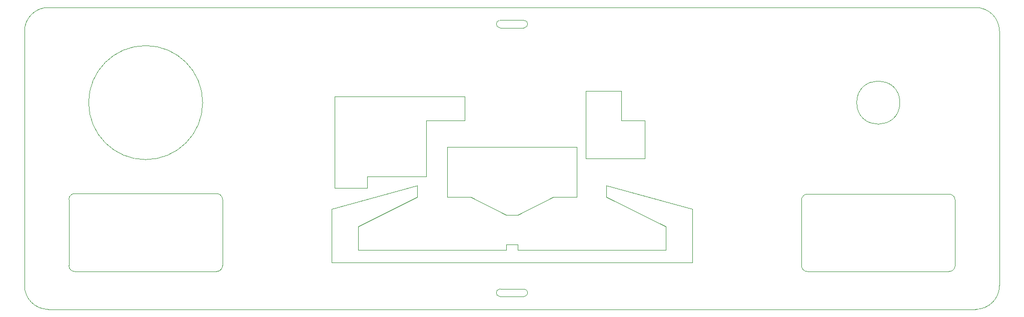
<source format=gbr>
%TF.GenerationSoftware,KiCad,Pcbnew,5.1.9-73d0e3b20d~88~ubuntu18.04.1*%
%TF.CreationDate,2020-12-31T14:23:56+01:00*%
%TF.ProjectId,ss_frontpanel_inner_plate,73735f66-726f-46e7-9470-616e656c5f69,rev?*%
%TF.SameCoordinates,Original*%
%TF.FileFunction,Profile,NP*%
%FSLAX46Y46*%
G04 Gerber Fmt 4.6, Leading zero omitted, Abs format (unit mm)*
G04 Created by KiCad (PCBNEW 5.1.9-73d0e3b20d~88~ubuntu18.04.1) date 2020-12-31 14:23:56*
%MOMM*%
%LPD*%
G01*
G04 APERTURE LIST*
%TA.AperFunction,Profile*%
%ADD10C,0.050000*%
%TD*%
%TA.AperFunction,Profile*%
%ADD11C,0.120000*%
%TD*%
G04 APERTURE END LIST*
D10*
X71500000Y-100000000D02*
G75*
G02*
X67500000Y-96000000I0J4000000D01*
G01*
X71500000Y-100000000D02*
X228500000Y-100000000D01*
X232500000Y-96000000D02*
X232500000Y-52900000D01*
X228500000Y-48900000D02*
G75*
G02*
X232500000Y-52900000I0J-4000000D01*
G01*
X228500000Y-48900000D02*
X71500000Y-48900000D01*
X67500000Y-52900000D02*
X67500000Y-96000000D01*
X148000000Y-52350000D02*
G75*
G02*
X148000000Y-51050000I0J650000D01*
G01*
X152000000Y-51050000D02*
G75*
G02*
X152000000Y-52350000I0J-650000D01*
G01*
X148000000Y-52350000D02*
X152000000Y-52350000D01*
X148000000Y-51050000D02*
X152000000Y-51050000D01*
X148000000Y-97850000D02*
G75*
G02*
X148000000Y-96550000I0J650000D01*
G01*
X152000000Y-96550000D02*
G75*
G02*
X152000000Y-97850000I0J-650000D01*
G01*
X148000000Y-97850000D02*
X152000000Y-97850000D01*
X148000000Y-96550000D02*
X152000000Y-96550000D01*
X232500000Y-96000000D02*
G75*
G02*
X228500000Y-100000000I-4000000J0D01*
G01*
X67500000Y-52900000D02*
G75*
G02*
X71500000Y-48900000I4000000J0D01*
G01*
D11*
%TO.C,ASM1*%
X97650000Y-65000000D02*
G75*
G03*
X97650000Y-65000000I-9650000J0D01*
G01*
X76000000Y-93600000D02*
X100000000Y-93600000D01*
X75000000Y-81400000D02*
X75000000Y-92600000D01*
X100000000Y-80400000D02*
X76000000Y-80400000D01*
X101000000Y-92600000D02*
X101000000Y-81400000D01*
X100000000Y-93600000D02*
G75*
G03*
X101000000Y-92600000I0J1000000D01*
G01*
X75000000Y-92600000D02*
G75*
G03*
X76000000Y-93600000I1000000J0D01*
G01*
X76000000Y-80400000D02*
G75*
G03*
X75000000Y-81400000I0J-1000000D01*
G01*
X101000000Y-81400000D02*
G75*
G03*
X100000000Y-80400000I-1000000J0D01*
G01*
%TO.C,ASM2*%
X215650000Y-65000000D02*
G75*
G03*
X215650000Y-65000000I-3650000J0D01*
G01*
X225000000Y-92600000D02*
X225000000Y-81500000D01*
X224000000Y-80500000D02*
X200000000Y-80500000D01*
X199000000Y-81500000D02*
X199000000Y-92600000D01*
X200000000Y-93600000D02*
X224000000Y-93600000D01*
X225000000Y-81500000D02*
G75*
G03*
X224000000Y-80500000I-1000000J0D01*
G01*
X200000000Y-80500000D02*
G75*
G03*
X199000000Y-81500000I0J-1000000D01*
G01*
X199000000Y-92600000D02*
G75*
G03*
X200000000Y-93600000I1000000J0D01*
G01*
X224000000Y-93600000D02*
G75*
G03*
X225000000Y-92600000I0J1000000D01*
G01*
%TO.C,OLED1*%
X151000000Y-84000000D02*
X149000000Y-84000000D01*
X157000000Y-81000000D02*
X151000000Y-84000000D01*
X161000000Y-81000000D02*
X157000000Y-81000000D01*
X161000000Y-79000000D02*
X161000000Y-81000000D01*
X166000000Y-81000000D02*
X166000000Y-79000000D01*
X176000000Y-86000000D02*
X166000000Y-81000000D01*
X176000000Y-90000000D02*
X176000000Y-86000000D01*
X151000000Y-90000000D02*
X176000000Y-90000000D01*
X151000000Y-89000000D02*
X151000000Y-90000000D01*
X149000000Y-89000000D02*
X151000000Y-89000000D01*
X149000000Y-90000000D02*
X149000000Y-89000000D01*
X124000000Y-90000000D02*
X149000000Y-90000000D01*
X143000000Y-81000000D02*
X149000000Y-84000000D01*
X139000000Y-81000000D02*
X143000000Y-81000000D01*
X139000000Y-79000000D02*
X139000000Y-81000000D01*
X124000000Y-86000000D02*
X124000000Y-90000000D01*
X134000000Y-81000000D02*
X124000000Y-86000000D01*
X134000000Y-79000000D02*
X134000000Y-81000000D01*
X125500000Y-79500000D02*
X120000000Y-79500000D01*
X125500000Y-77500000D02*
X125500000Y-79500000D01*
X120000000Y-64000000D02*
X142000000Y-64000000D01*
X120000000Y-79500000D02*
X120000000Y-64000000D01*
X135500000Y-77500000D02*
X125500000Y-77500000D01*
X135500000Y-68000000D02*
X135500000Y-77500000D01*
X142000000Y-68000000D02*
X135500000Y-68000000D01*
X142000000Y-64000000D02*
X142000000Y-68000000D01*
X168500000Y-68000000D02*
X172500000Y-68000000D01*
X168500000Y-63000000D02*
X168500000Y-68000000D01*
X162500000Y-63000000D02*
X168500000Y-63000000D01*
X162500000Y-74500000D02*
X162500000Y-63000000D01*
X172500000Y-74500000D02*
X162500000Y-74500000D01*
X172500000Y-68000000D02*
X172500000Y-74500000D01*
X180500000Y-83000000D02*
X180500000Y-92100000D01*
X161000000Y-72500000D02*
X161000000Y-79000000D01*
X139000000Y-72500000D02*
X161000000Y-72500000D01*
X139000000Y-79000000D02*
X139000000Y-72500000D01*
X119500000Y-92100000D02*
X119500000Y-83000000D01*
X180500000Y-92100000D02*
X119500000Y-92100000D01*
X119500000Y-83000000D02*
X134000000Y-79000000D01*
X166000000Y-79000000D02*
X180500000Y-83000000D01*
%TD*%
M02*

</source>
